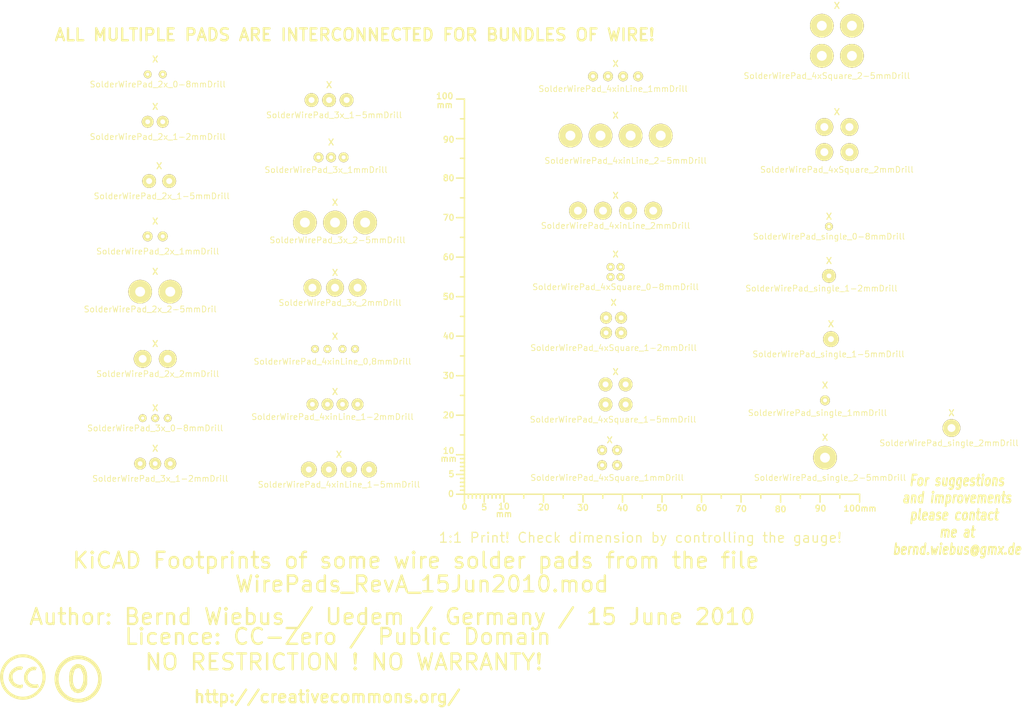
<source format=kicad_pcb>
(kicad_pcb (version 3) (host pcbnew "(2013-03-30 BZR 4007)-stable")

  (general
    (links 0)
    (no_connects 0)
    (area -16.90696 16.4416 279.904363 197.1694)
    (thickness 1.6002)
    (drawings 8)
    (tracks 0)
    (zones 0)
    (modules 33)
    (nets 1)
  )

  (page A4)
  (layers
    (15 Vorderseite signal)
    (0 Rückseite signal)
    (16 B.Adhes user)
    (17 F.Adhes user)
    (18 B.Paste user)
    (19 F.Paste user)
    (20 B.SilkS user)
    (21 F.SilkS user)
    (22 B.Mask user)
    (23 F.Mask user)
    (24 Dwgs.User user)
    (25 Cmts.User user)
    (26 Eco1.User user)
    (27 Eco2.User user)
    (28 Edge.Cuts user)
  )

  (setup
    (last_trace_width 0.2032)
    (trace_clearance 0.254)
    (zone_clearance 0.508)
    (zone_45_only no)
    (trace_min 0.2032)
    (segment_width 0.381)
    (edge_width 0.381)
    (via_size 0.889)
    (via_drill 0.635)
    (via_min_size 0.889)
    (via_min_drill 0.508)
    (uvia_size 0.508)
    (uvia_drill 0.127)
    (uvias_allowed no)
    (uvia_min_size 0.508)
    (uvia_min_drill 0.127)
    (pcb_text_width 0.3048)
    (pcb_text_size 1.524 2.032)
    (mod_edge_width 0.381)
    (mod_text_size 1.524 1.524)
    (mod_text_width 0.3048)
    (pad_size 1.524 1.524)
    (pad_drill 0.8128)
    (pad_to_mask_clearance 0.254)
    (aux_axis_origin 0 0)
    (visible_elements 7FFFFFFF)
    (pcbplotparams
      (layerselection 3178497)
      (usegerberextensions true)
      (excludeedgelayer true)
      (linewidth 60)
      (plotframeref false)
      (viasonmask false)
      (mode 1)
      (useauxorigin false)
      (hpglpennumber 1)
      (hpglpenspeed 20)
      (hpglpendiameter 15)
      (hpglpenoverlay 0)
      (psnegative false)
      (psa4output false)
      (plotreference true)
      (plotvalue true)
      (plotothertext true)
      (plotinvisibletext false)
      (padsonsilk false)
      (subtractmaskfromsilk false)
      (outputformat 1)
      (mirror false)
      (drillshape 1)
      (scaleselection 1)
      (outputdirectory ""))
  )

  (net 0 "")

  (net_class Default "Dies ist die voreingestellte Netzklasse."
    (clearance 0.254)
    (trace_width 0.2032)
    (via_dia 0.889)
    (via_drill 0.635)
    (uvia_dia 0.508)
    (uvia_drill 0.127)
    (add_net "")
  )

  (module Gauge_100mm_Type2_SilkScreenTop_RevA_Date22Jun2010 (layer Vorderseite) (tedit 51B05F46) (tstamp 4D88F07A)
    (at 132.75056 141.2494)
    (descr "Gauge, Massstab, 100mm, SilkScreenTop, Type 2,")
    (tags "Gauge, Massstab, 100mm, SilkScreenTop, Type 2,")
    (path Gauge_100mm_Type2_SilkScreenTop_RevA_Date22Jun2010)
    (fp_text reference MSC (at 4.0005 8.99922) (layer F.SilkS) hide
      (effects (font (size 1.524 1.524) (thickness 0.3048)))
    )
    (fp_text value Gauge_100mm_Type2_SilkScreenTop_RevA_Date22Jun2010 (at 45.9994 8.99922) (layer F.SilkS) hide
      (effects (font (size 1.524 1.524) (thickness 0.3048)))
    )
    (fp_text user mm (at 9.99998 5.00126) (layer F.SilkS)
      (effects (font (size 1.524 1.524) (thickness 0.3048)))
    )
    (fp_text user mm (at -4.0005 -8.99922) (layer F.SilkS)
      (effects (font (size 1.524 1.524) (thickness 0.3048)))
    )
    (fp_text user mm (at -5.00126 -98.5012) (layer F.SilkS)
      (effects (font (size 1.524 1.524) (thickness 0.3048)))
    )
    (fp_text user 10 (at 10.00506 3.0988) (layer F.SilkS)
      (effects (font (size 1.50114 1.50114) (thickness 0.29972)))
    )
    (fp_text user 0 (at 0.00508 3.19786) (layer F.SilkS)
      (effects (font (size 1.39954 1.50114) (thickness 0.29972)))
    )
    (fp_text user 5 (at 5.0038 3.29946) (layer F.SilkS)
      (effects (font (size 1.50114 1.50114) (thickness 0.29972)))
    )
    (fp_text user 20 (at 20.1041 3.29946) (layer F.SilkS)
      (effects (font (size 1.50114 1.50114) (thickness 0.29972)))
    )
    (fp_text user 30 (at 30.00502 3.39852) (layer F.SilkS)
      (effects (font (size 1.50114 1.50114) (thickness 0.29972)))
    )
    (fp_text user 40 (at 40.005 3.50012) (layer F.SilkS)
      (effects (font (size 1.50114 1.50114) (thickness 0.29972)))
    )
    (fp_text user 50 (at 50.00498 3.50012) (layer F.SilkS)
      (effects (font (size 1.50114 1.50114) (thickness 0.29972)))
    )
    (fp_text user 60 (at 60.00496 3.50012) (layer F.SilkS)
      (effects (font (size 1.50114 1.50114) (thickness 0.29972)))
    )
    (fp_text user 70 (at 70.00494 3.70078) (layer F.SilkS)
      (effects (font (size 1.50114 1.50114) (thickness 0.29972)))
    )
    (fp_text user 80 (at 80.00492 3.79984) (layer F.SilkS)
      (effects (font (size 1.50114 1.50114) (thickness 0.29972)))
    )
    (fp_text user 90 (at 90.1065 3.60172) (layer F.SilkS)
      (effects (font (size 1.50114 1.50114) (thickness 0.29972)))
    )
    (fp_text user 100mm (at 100.10648 3.60172) (layer F.SilkS)
      (effects (font (size 1.50114 1.50114) (thickness 0.29972)))
    )
    (fp_line (start 0 -8.99922) (end -1.00076 -8.99922) (layer F.SilkS) (width 0.381))
    (fp_line (start 0 -8.001) (end -1.00076 -8.001) (layer F.SilkS) (width 0.381))
    (fp_line (start 0 -7.00024) (end -1.00076 -7.00024) (layer F.SilkS) (width 0.381))
    (fp_line (start 0 -5.99948) (end -1.00076 -5.99948) (layer F.SilkS) (width 0.381))
    (fp_line (start 0 -4.0005) (end -1.00076 -4.0005) (layer F.SilkS) (width 0.381))
    (fp_line (start 0 -2.99974) (end -1.00076 -2.99974) (layer F.SilkS) (width 0.381))
    (fp_line (start 0 -1.99898) (end -1.00076 -1.99898) (layer F.SilkS) (width 0.381))
    (fp_line (start 0 -1.00076) (end -1.00076 -1.00076) (layer F.SilkS) (width 0.381))
    (fp_line (start 0 0) (end -1.99898 0) (layer F.SilkS) (width 0.381))
    (fp_line (start 0 -5.00126) (end -1.99898 -5.00126) (layer F.SilkS) (width 0.381))
    (fp_line (start 0 -9.99998) (end -1.99898 -9.99998) (layer F.SilkS) (width 0.381))
    (fp_line (start 0 -15.00124) (end -1.00076 -15.00124) (layer F.SilkS) (width 0.381))
    (fp_line (start 0 -19.99996) (end -1.99898 -19.99996) (layer F.SilkS) (width 0.381))
    (fp_line (start 0 -25.00122) (end -1.00076 -25.00122) (layer F.SilkS) (width 0.381))
    (fp_line (start 0 -29.99994) (end -1.99898 -29.99994) (layer F.SilkS) (width 0.381))
    (fp_line (start 0 -35.0012) (end -1.00076 -35.0012) (layer F.SilkS) (width 0.381))
    (fp_line (start 0 -39.99992) (end -1.99898 -39.99992) (layer F.SilkS) (width 0.381))
    (fp_line (start 0 -45.00118) (end -1.00076 -45.00118) (layer F.SilkS) (width 0.381))
    (fp_line (start 0 -49.9999) (end -1.99898 -49.9999) (layer F.SilkS) (width 0.381))
    (fp_line (start 0 -55.00116) (end -1.00076 -55.00116) (layer F.SilkS) (width 0.381))
    (fp_line (start 0 -59.99988) (end -1.99898 -59.99988) (layer F.SilkS) (width 0.381))
    (fp_line (start 0 -65.00114) (end -1.00076 -65.00114) (layer F.SilkS) (width 0.381))
    (fp_line (start 0 -69.99986) (end -1.99898 -69.99986) (layer F.SilkS) (width 0.381))
    (fp_line (start 0 -75.00112) (end -1.00076 -75.00112) (layer F.SilkS) (width 0.381))
    (fp_line (start 0 -79.99984) (end -1.99898 -79.99984) (layer F.SilkS) (width 0.381))
    (fp_line (start 0 -85.0011) (end -1.00076 -85.0011) (layer F.SilkS) (width 0.381))
    (fp_line (start 0 -89.99982) (end -1.99898 -89.99982) (layer F.SilkS) (width 0.381))
    (fp_line (start 0 -95.00108) (end -1.00076 -95.00108) (layer F.SilkS) (width 0.381))
    (fp_line (start 0 0) (end 0 -99.9998) (layer F.SilkS) (width 0.381))
    (fp_line (start 0 -99.9998) (end -1.99898 -99.9998) (layer F.SilkS) (width 0.381))
    (fp_text user 100 (at -4.99872 -100.7491) (layer F.SilkS)
      (effects (font (size 1.50114 1.50114) (thickness 0.29972)))
    )
    (fp_text user 90 (at -4.0005 -89.7509) (layer F.SilkS)
      (effects (font (size 1.50114 1.50114) (thickness 0.29972)))
    )
    (fp_text user 80 (at -4.0005 -79.99984) (layer F.SilkS)
      (effects (font (size 1.50114 1.50114) (thickness 0.29972)))
    )
    (fp_text user 70 (at -4.0005 -69.99986) (layer F.SilkS)
      (effects (font (size 1.50114 1.50114) (thickness 0.29972)))
    )
    (fp_text user 60 (at -4.0005 -59.99988) (layer F.SilkS)
      (effects (font (size 1.50114 1.50114) (thickness 0.29972)))
    )
    (fp_text user 50 (at -4.0005 -49.9999) (layer F.SilkS)
      (effects (font (size 1.50114 1.50114) (thickness 0.34036)))
    )
    (fp_text user 40 (at -4.0005 -39.99992) (layer F.SilkS)
      (effects (font (size 1.50114 1.50114) (thickness 0.29972)))
    )
    (fp_text user 30 (at -4.0005 -29.99994) (layer F.SilkS)
      (effects (font (size 1.50114 1.50114) (thickness 0.29972)))
    )
    (fp_text user 20 (at -4.0005 -19.99996) (layer F.SilkS)
      (effects (font (size 1.50114 1.50114) (thickness 0.29972)))
    )
    (fp_line (start 95.00108 0) (end 95.00108 1.00076) (layer F.SilkS) (width 0.381))
    (fp_line (start 89.99982 0) (end 89.99982 1.99898) (layer F.SilkS) (width 0.381))
    (fp_line (start 85.0011 0) (end 85.0011 1.00076) (layer F.SilkS) (width 0.381))
    (fp_line (start 79.99984 0) (end 79.99984 1.99898) (layer F.SilkS) (width 0.381))
    (fp_line (start 75.00112 0) (end 75.00112 1.00076) (layer F.SilkS) (width 0.381))
    (fp_line (start 69.99986 0) (end 69.99986 1.99898) (layer F.SilkS) (width 0.381))
    (fp_line (start 65.00114 0) (end 65.00114 1.00076) (layer F.SilkS) (width 0.381))
    (fp_line (start 59.99988 0) (end 59.99988 1.99898) (layer F.SilkS) (width 0.381))
    (fp_line (start 55.00116 0) (end 55.00116 1.00076) (layer F.SilkS) (width 0.381))
    (fp_line (start 49.9999 0) (end 49.9999 1.99898) (layer F.SilkS) (width 0.381))
    (fp_line (start 45.00118 0) (end 45.00118 1.00076) (layer F.SilkS) (width 0.381))
    (fp_line (start 39.99992 0) (end 39.99992 1.99898) (layer F.SilkS) (width 0.381))
    (fp_line (start 35.0012 0) (end 35.0012 1.00076) (layer F.SilkS) (width 0.381))
    (fp_line (start 29.99994 0) (end 29.99994 1.99898) (layer F.SilkS) (width 0.381))
    (fp_line (start 25.00122 0) (end 25.00122 1.00076) (layer F.SilkS) (width 0.381))
    (fp_line (start 19.99996 0) (end 19.99996 1.99898) (layer F.SilkS) (width 0.381))
    (fp_line (start 15.00124 0) (end 15.00124 1.00076) (layer F.SilkS) (width 0.381))
    (fp_line (start 9.99998 0) (end 99.9998 0) (layer F.SilkS) (width 0.381))
    (fp_line (start 99.9998 0) (end 99.9998 1.99898) (layer F.SilkS) (width 0.381))
    (fp_text user 5 (at -3.302 -5.10286) (layer F.SilkS)
      (effects (font (size 1.50114 1.50114) (thickness 0.29972)))
    )
    (fp_text user 0 (at -3.4036 -0.10414) (layer F.SilkS)
      (effects (font (size 1.50114 1.50114) (thickness 0.29972)))
    )
    (fp_text user 10 (at -4.0005 -11.00074) (layer F.SilkS)
      (effects (font (size 1.50114 1.50114) (thickness 0.29972)))
    )
    (fp_line (start 8.99922 0) (end 8.99922 1.00076) (layer F.SilkS) (width 0.381))
    (fp_line (start 8.001 0) (end 8.001 1.00076) (layer F.SilkS) (width 0.381))
    (fp_line (start 7.00024 0) (end 7.00024 1.00076) (layer F.SilkS) (width 0.381))
    (fp_line (start 5.99948 0) (end 5.99948 1.00076) (layer F.SilkS) (width 0.381))
    (fp_line (start 4.0005 0) (end 4.0005 1.00076) (layer F.SilkS) (width 0.381))
    (fp_line (start 2.99974 0) (end 2.99974 1.00076) (layer F.SilkS) (width 0.381))
    (fp_line (start 1.99898 0) (end 1.99898 1.00076) (layer F.SilkS) (width 0.381))
    (fp_line (start 1.00076 0) (end 1.00076 1.00076) (layer F.SilkS) (width 0.381))
    (fp_line (start 5.00126 0) (end 5.00126 1.99898) (layer F.SilkS) (width 0.381))
    (fp_line (start 0 0) (end 0 1.99898) (layer F.SilkS) (width 0.381))
    (fp_line (start 0 0) (end 9.99998 0) (layer F.SilkS) (width 0.381))
    (fp_line (start 9.99998 0) (end 9.99998 1.99898) (layer F.SilkS) (width 0.381))
  )

  (module Symbol_CC-PublicDomain_SilkScreenTop_Big (layer Vorderseite) (tedit 515D641F) (tstamp 515F0B64)
    (at 35 188)
    (descr "Symbol, CC-PublicDomain, SilkScreen Top, Big,")
    (tags "Symbol, CC-PublicDomain, SilkScreen Top, Big,")
    (path Symbol_CC-Noncommercial_CopperTop_Big)
    (fp_text reference Sym (at 0.59944 -7.29996) (layer F.SilkS) hide
      (effects (font (size 1.524 1.524) (thickness 0.3048)))
    )
    (fp_text value Symbol_CC-PublicDomain_SilkScreenTop_Big (at 0.59944 8.001) (layer F.SilkS) hide
      (effects (font (size 1.524 1.524) (thickness 0.3048)))
    )
    (fp_circle (center 0 0) (end 5.8 -0.05) (layer F.SilkS) (width 0.381))
    (fp_circle (center 0 0) (end 5.5 0) (layer F.SilkS) (width 0.381))
    (fp_circle (center 0.05 0) (end 5.25 0) (layer F.SilkS) (width 0.381))
    (fp_line (start 1.1 -2.5) (end 1.4 -1.9) (layer F.SilkS) (width 0.381))
    (fp_line (start -1.8 1.2) (end -1.6 1.9) (layer F.SilkS) (width 0.381))
    (fp_line (start -1.6 1.9) (end -1.2 2.5) (layer F.SilkS) (width 0.381))
    (fp_line (start 0 -3) (end 0.75 -2.75) (layer F.SilkS) (width 0.381))
    (fp_line (start 0.75 -2.75) (end 1 -2.25) (layer F.SilkS) (width 0.381))
    (fp_line (start 1 -2.25) (end 1.5 -1) (layer F.SilkS) (width 0.381))
    (fp_line (start 1.5 -1) (end 1.5 -0.5) (layer F.SilkS) (width 0.381))
    (fp_line (start 1.5 -0.5) (end 1.5 0.5) (layer F.SilkS) (width 0.381))
    (fp_line (start 1.5 0.5) (end 1.25 1.5) (layer F.SilkS) (width 0.381))
    (fp_line (start 1.25 1.5) (end 0.75 2.5) (layer F.SilkS) (width 0.381))
    (fp_line (start 0.75 2.5) (end 0.25 2.75) (layer F.SilkS) (width 0.381))
    (fp_line (start 0.25 2.75) (end -0.25 2.75) (layer F.SilkS) (width 0.381))
    (fp_line (start -0.25 2.75) (end -0.75 2.5) (layer F.SilkS) (width 0.381))
    (fp_line (start -0.75 2.5) (end -1.25 1.75) (layer F.SilkS) (width 0.381))
    (fp_line (start -1.25 1.75) (end -1.5 0.75) (layer F.SilkS) (width 0.381))
    (fp_line (start -1.5 0.75) (end -1.5 -0.75) (layer F.SilkS) (width 0.381))
    (fp_line (start -1.5 -0.75) (end -1.25 -1.75) (layer F.SilkS) (width 0.381))
    (fp_line (start -1.25 -1.75) (end -1 -2.5) (layer F.SilkS) (width 0.381))
    (fp_line (start -1 -2.5) (end -0.3 -2.9) (layer F.SilkS) (width 0.381))
    (fp_line (start -0.3 -2.9) (end 0.2 -3) (layer F.SilkS) (width 0.381))
    (fp_line (start 0.2 -3) (end 0.8 -3) (layer F.SilkS) (width 0.381))
    (fp_line (start 0.8 -3) (end 1.4 -2.3) (layer F.SilkS) (width 0.381))
    (fp_line (start 1.4 -2.3) (end 1.6 -1.4) (layer F.SilkS) (width 0.381))
    (fp_line (start 1.6 -1.4) (end 1.7 -0.3) (layer F.SilkS) (width 0.381))
    (fp_line (start 1.7 -0.3) (end 1.7 0.9) (layer F.SilkS) (width 0.381))
    (fp_line (start 1.7 0.9) (end 1.4 1.8) (layer F.SilkS) (width 0.381))
    (fp_line (start 1.4 1.8) (end 1 2.7) (layer F.SilkS) (width 0.381))
    (fp_line (start 1 2.7) (end 0.5 3) (layer F.SilkS) (width 0.381))
    (fp_line (start 0.5 3) (end -0.4 3) (layer F.SilkS) (width 0.381))
    (fp_line (start -0.4 3) (end -1.3 2.3) (layer F.SilkS) (width 0.381))
    (fp_line (start -1.3 2.3) (end -1.7 1) (layer F.SilkS) (width 0.381))
    (fp_line (start -1.7 1) (end -1.8 -0.7) (layer F.SilkS) (width 0.381))
    (fp_line (start -1.8 -0.7) (end -1.4 -2.2) (layer F.SilkS) (width 0.381))
    (fp_line (start -1.4 -2.2) (end -1 -2.9) (layer F.SilkS) (width 0.381))
    (fp_line (start -1 -2.9) (end -0.2 -3.3) (layer F.SilkS) (width 0.381))
    (fp_line (start -0.2 -3.3) (end 0.7 -3.2) (layer F.SilkS) (width 0.381))
    (fp_line (start 0.7 -3.2) (end 1.3 -3.1) (layer F.SilkS) (width 0.381))
    (fp_line (start 1.3 -3.1) (end 1.7 -2.4) (layer F.SilkS) (width 0.381))
    (fp_line (start 1.7 -2.4) (end 2 -1.6) (layer F.SilkS) (width 0.381))
    (fp_line (start 2 -1.6) (end 2.1 -0.6) (layer F.SilkS) (width 0.381))
    (fp_line (start 2.1 -0.6) (end 2.1 0.3) (layer F.SilkS) (width 0.381))
    (fp_line (start 2.1 0.3) (end 2.1 1.3) (layer F.SilkS) (width 0.381))
    (fp_line (start 2.1 1.3) (end 1.9 1.8) (layer F.SilkS) (width 0.381))
    (fp_line (start 1.9 1.8) (end 1.5 2.6) (layer F.SilkS) (width 0.381))
    (fp_line (start 1.5 2.6) (end 1.1 3) (layer F.SilkS) (width 0.381))
    (fp_line (start 1.1 3) (end 0.4 3.3) (layer F.SilkS) (width 0.381))
    (fp_line (start 0.4 3.3) (end -0.1 3.4) (layer F.SilkS) (width 0.381))
    (fp_line (start -0.1 3.4) (end -0.8 3.2) (layer F.SilkS) (width 0.381))
    (fp_line (start -0.8 3.2) (end -1.5 2.6) (layer F.SilkS) (width 0.381))
    (fp_line (start -1.5 2.6) (end -1.9 1.7) (layer F.SilkS) (width 0.381))
    (fp_line (start -1.9 1.7) (end -2.1 0.4) (layer F.SilkS) (width 0.381))
    (fp_line (start -2.1 0.4) (end -2.1 -0.6) (layer F.SilkS) (width 0.381))
    (fp_line (start -2.1 -0.6) (end -2 -1.6) (layer F.SilkS) (width 0.381))
    (fp_line (start -2 -1.6) (end -1.7 -2.4) (layer F.SilkS) (width 0.381))
    (fp_line (start -1.7 -2.4) (end -1.2 -3.1) (layer F.SilkS) (width 0.381))
    (fp_line (start -1.2 -3.1) (end -0.4 -3.6) (layer F.SilkS) (width 0.381))
    (fp_line (start -0.4 -3.6) (end 0.4 -3.6) (layer F.SilkS) (width 0.381))
    (fp_line (start 0.4 -3.6) (end 1.1 -3.2) (layer F.SilkS) (width 0.381))
    (fp_line (start 1.1 -3.2) (end 1.1 -2.9) (layer F.SilkS) (width 0.381))
    (fp_line (start 1.1 -2.9) (end 1.8 -1.5) (layer F.SilkS) (width 0.381))
    (fp_line (start 1.8 -1.5) (end 1.8 -0.4) (layer F.SilkS) (width 0.381))
    (fp_line (start 1.8 -0.4) (end 1.8 1.1) (layer F.SilkS) (width 0.381))
    (fp_line (start 1.8 1.1) (end 1.2 2.6) (layer F.SilkS) (width 0.381))
    (fp_line (start 1.2 2.6) (end 0.2 3.2) (layer F.SilkS) (width 0.381))
    (fp_line (start 0.2 3.2) (end -0.5 3.2) (layer F.SilkS) (width 0.381))
    (fp_line (start -0.5 3.2) (end -1.1 2.7) (layer F.SilkS) (width 0.381))
    (fp_line (start -1.1 2.7) (end -1.9 0.6) (layer F.SilkS) (width 0.381))
    (fp_line (start -1.9 0.6) (end -1.7 -1.9) (layer F.SilkS) (width 0.381))
  )

  (module Symbol_CreativeCommons_SilkScreenTop_Type2_Big (layer Vorderseite) (tedit 515D640C) (tstamp 515F46B2)
    (at 21 187.5)
    (descr "Symbol, Creative Commons, SilkScreen Top, Type 2, Big,")
    (tags "Symbol, Creative Commons, SilkScreen Top, Type 2, Big,")
    (path Symbol_CreativeCommons_CopperTop_Type2_Big)
    (fp_text reference Sym (at 0.59944 -7.29996) (layer F.SilkS) hide
      (effects (font (size 1.524 1.524) (thickness 0.3048)))
    )
    (fp_text value Symbol_CreativeCommons_Typ2_SilkScreenTop_Big (at 0.59944 8.001) (layer F.SilkS) hide
      (effects (font (size 1.524 1.524) (thickness 0.3048)))
    )
    (fp_line (start -0.70104 2.70002) (end -0.29972 2.60096) (layer F.SilkS) (width 0.381))
    (fp_line (start -0.29972 2.60096) (end -0.20066 2.10058) (layer F.SilkS) (width 0.381))
    (fp_line (start -2.49936 -1.69926) (end -2.70002 -1.6002) (layer F.SilkS) (width 0.381))
    (fp_line (start -2.70002 -1.6002) (end -3.0988 -1.00076) (layer F.SilkS) (width 0.381))
    (fp_line (start -3.0988 -1.00076) (end -3.29946 -0.50038) (layer F.SilkS) (width 0.381))
    (fp_line (start -3.29946 -0.50038) (end -3.40106 0.39878) (layer F.SilkS) (width 0.381))
    (fp_line (start -3.40106 0.39878) (end -3.29946 0.89916) (layer F.SilkS) (width 0.381))
    (fp_line (start -0.19812 2.4003) (end -0.29718 2.59842) (layer F.SilkS) (width 0.381))
    (fp_line (start 3.70078 2.10058) (end 3.79984 2.4003) (layer F.SilkS) (width 0.381))
    (fp_line (start 2.99974 -2.4003) (end 3.29946 -2.30124) (layer F.SilkS) (width 0.381))
    (fp_line (start 3.29946 -2.30124) (end 3.0988 -1.99898) (layer F.SilkS) (width 0.381))
    (fp_line (start 0 -5.40004) (end -0.50038 -5.40004) (layer F.SilkS) (width 0.381))
    (fp_line (start -0.50038 -5.40004) (end -1.30048 -5.10032) (layer F.SilkS) (width 0.381))
    (fp_line (start -1.30048 -5.10032) (end -1.99898 -4.89966) (layer F.SilkS) (width 0.381))
    (fp_line (start -1.99898 -4.89966) (end -2.70002 -4.699) (layer F.SilkS) (width 0.381))
    (fp_line (start -2.70002 -4.699) (end -3.29946 -4.20116) (layer F.SilkS) (width 0.381))
    (fp_line (start -3.29946 -4.20116) (end -4.0005 -3.59918) (layer F.SilkS) (width 0.381))
    (fp_line (start -4.0005 -3.59918) (end -4.50088 -2.99974) (layer F.SilkS) (width 0.381))
    (fp_line (start -4.50088 -2.99974) (end -5.00126 -2.10058) (layer F.SilkS) (width 0.381))
    (fp_line (start -5.00126 -2.10058) (end -5.30098 -1.09982) (layer F.SilkS) (width 0.381))
    (fp_line (start -5.30098 -1.09982) (end -5.40004 0.09906) (layer F.SilkS) (width 0.381))
    (fp_line (start -5.40004 0.09906) (end -5.19938 1.30048) (layer F.SilkS) (width 0.381))
    (fp_line (start -5.19938 1.30048) (end -4.8006 2.4003) (layer F.SilkS) (width 0.381))
    (fp_line (start -4.8006 2.4003) (end -3.79984 3.8989) (layer F.SilkS) (width 0.381))
    (fp_line (start -3.79984 3.8989) (end -2.60096 4.8006) (layer F.SilkS) (width 0.381))
    (fp_line (start -2.60096 4.8006) (end -1.30048 5.30098) (layer F.SilkS) (width 0.381))
    (fp_line (start -1.30048 5.30098) (end 0.09906 5.30098) (layer F.SilkS) (width 0.381))
    (fp_line (start 0.09906 5.30098) (end 1.6002 5.19938) (layer F.SilkS) (width 0.381))
    (fp_line (start 1.6002 5.19938) (end 2.60096 4.699) (layer F.SilkS) (width 0.381))
    (fp_line (start 2.60096 4.699) (end 4.20116 3.40106) (layer F.SilkS) (width 0.381))
    (fp_line (start 4.20116 3.40106) (end 5.00126 1.80086) (layer F.SilkS) (width 0.381))
    (fp_line (start 5.00126 1.80086) (end 5.40004 0.29972) (layer F.SilkS) (width 0.381))
    (fp_line (start 5.40004 0.29972) (end 5.19938 -1.39954) (layer F.SilkS) (width 0.381))
    (fp_line (start 5.19938 -1.39954) (end 4.699 -2.49936) (layer F.SilkS) (width 0.381))
    (fp_line (start 4.699 -2.49936) (end 3.40106 -4.09956) (layer F.SilkS) (width 0.381))
    (fp_line (start 3.40106 -4.09956) (end 2.4003 -4.8006) (layer F.SilkS) (width 0.381))
    (fp_line (start 2.4003 -4.8006) (end 1.39954 -5.19938) (layer F.SilkS) (width 0.381))
    (fp_line (start 1.39954 -5.19938) (end 0 -5.30098) (layer F.SilkS) (width 0.381))
    (fp_line (start 0.60198 -0.70104) (end 0.50292 -0.20066) (layer F.SilkS) (width 0.381))
    (fp_line (start 0.50292 -0.20066) (end 0.50292 0.49784) (layer F.SilkS) (width 0.381))
    (fp_line (start 0.50292 0.49784) (end 0.60198 1.09982) (layer F.SilkS) (width 0.381))
    (fp_line (start 0.60198 1.09982) (end 1.00076 1.69926) (layer F.SilkS) (width 0.381))
    (fp_line (start 1.00076 1.69926) (end 1.50114 2.19964) (layer F.SilkS) (width 0.381))
    (fp_line (start 1.50114 2.19964) (end 2.10058 2.49936) (layer F.SilkS) (width 0.381))
    (fp_line (start 2.10058 2.49936) (end 2.60096 2.59842) (layer F.SilkS) (width 0.381))
    (fp_line (start 2.60096 2.59842) (end 3.00228 2.59842) (layer F.SilkS) (width 0.381))
    (fp_line (start 3.00228 2.59842) (end 3.40106 2.59842) (layer F.SilkS) (width 0.381))
    (fp_line (start 3.40106 2.59842) (end 3.80238 2.49936) (layer F.SilkS) (width 0.381))
    (fp_line (start 3.80238 2.49936) (end 3.70078 2.2987) (layer F.SilkS) (width 0.381))
    (fp_line (start 3.70078 2.2987) (end 2.80162 2.4003) (layer F.SilkS) (width 0.381))
    (fp_line (start 2.80162 2.4003) (end 1.80086 2.09804) (layer F.SilkS) (width 0.381))
    (fp_line (start 1.80086 2.09804) (end 1.20142 1.6002) (layer F.SilkS) (width 0.381))
    (fp_line (start 1.20142 1.6002) (end 0.80264 0.6985) (layer F.SilkS) (width 0.381))
    (fp_line (start 0.80264 0.6985) (end 0.70104 -0.29972) (layer F.SilkS) (width 0.381))
    (fp_line (start 0.70104 -0.29972) (end 1.00076 -1.00076) (layer F.SilkS) (width 0.381))
    (fp_line (start 1.00076 -1.00076) (end 1.60274 -1.7018) (layer F.SilkS) (width 0.381))
    (fp_line (start 1.60274 -1.7018) (end 2.30124 -2.10058) (layer F.SilkS) (width 0.381))
    (fp_line (start 2.30124 -2.10058) (end 3.00228 -2.10058) (layer F.SilkS) (width 0.381))
    (fp_line (start 3.00228 -2.10058) (end 3.10134 -1.89992) (layer F.SilkS) (width 0.381))
    (fp_line (start 3.10134 -1.89992) (end 2.5019 -1.89992) (layer F.SilkS) (width 0.381))
    (fp_line (start 2.5019 -1.89992) (end 1.80086 -1.6002) (layer F.SilkS) (width 0.381))
    (fp_line (start 1.80086 -1.6002) (end 1.30048 -1.00076) (layer F.SilkS) (width 0.381))
    (fp_line (start 1.30048 -1.00076) (end 1.00076 -0.40132) (layer F.SilkS) (width 0.381))
    (fp_line (start 1.00076 -0.40132) (end 1.00076 0.09906) (layer F.SilkS) (width 0.381))
    (fp_line (start 1.00076 0.09906) (end 1.00076 0.6985) (layer F.SilkS) (width 0.381))
    (fp_line (start 1.00076 0.6985) (end 1.30048 1.19888) (layer F.SilkS) (width 0.381))
    (fp_line (start 1.30048 1.19888) (end 1.7018 1.69926) (layer F.SilkS) (width 0.381))
    (fp_line (start 1.7018 1.69926) (end 2.30124 1.99898) (layer F.SilkS) (width 0.381))
    (fp_line (start 2.30124 1.99898) (end 2.90068 2.09804) (layer F.SilkS) (width 0.381))
    (fp_line (start 2.90068 2.09804) (end 3.40106 2.09804) (layer F.SilkS) (width 0.381))
    (fp_line (start 3.40106 2.09804) (end 3.70078 1.99898) (layer F.SilkS) (width 0.381))
    (fp_line (start 3.00228 -2.4003) (end 2.40284 -2.4003) (layer F.SilkS) (width 0.381))
    (fp_line (start 2.40284 -2.4003) (end 2.00152 -2.20218) (layer F.SilkS) (width 0.381))
    (fp_line (start 2.00152 -2.20218) (end 1.50114 -2.00152) (layer F.SilkS) (width 0.381))
    (fp_line (start 1.50114 -2.00152) (end 1.10236 -1.6002) (layer F.SilkS) (width 0.381))
    (fp_line (start 1.10236 -1.6002) (end 0.80264 -1.09982) (layer F.SilkS) (width 0.381))
    (fp_line (start 0.80264 -1.09982) (end 0.60198 -0.70104) (layer F.SilkS) (width 0.381))
    (fp_line (start -0.39878 -1.99898) (end -0.89916 -1.99898) (layer F.SilkS) (width 0.381))
    (fp_line (start -0.89916 -1.99898) (end -1.39954 -1.89738) (layer F.SilkS) (width 0.381))
    (fp_line (start -1.39954 -1.89738) (end -1.89992 -1.59766) (layer F.SilkS) (width 0.381))
    (fp_line (start -1.89992 -1.59766) (end -2.4003 -1.19888) (layer F.SilkS) (width 0.381))
    (fp_line (start -2.4003 -1.30048) (end -2.70002 -0.8001) (layer F.SilkS) (width 0.381))
    (fp_line (start -2.70002 -0.8001) (end -2.79908 -0.29972) (layer F.SilkS) (width 0.381))
    (fp_line (start -2.79908 -0.29972) (end -2.79908 0.20066) (layer F.SilkS) (width 0.381))
    (fp_line (start -2.79908 0.20066) (end -2.59842 1.00076) (layer F.SilkS) (width 0.381))
    (fp_line (start -2.69748 1.00076) (end -2.39776 1.39954) (layer F.SilkS) (width 0.381))
    (fp_line (start -2.29616 1.4986) (end -1.79578 1.89992) (layer F.SilkS) (width 0.381))
    (fp_line (start -1.79578 1.89992) (end -1.29794 2.09804) (layer F.SilkS) (width 0.381))
    (fp_line (start -1.29794 2.09804) (end -0.89662 2.19964) (layer F.SilkS) (width 0.381))
    (fp_line (start -0.89662 2.19964) (end -0.49784 2.19964) (layer F.SilkS) (width 0.381))
    (fp_line (start -0.49784 2.19964) (end -0.19812 2.09804) (layer F.SilkS) (width 0.381))
    (fp_line (start -0.19812 2.09804) (end -0.29718 2.4003) (layer F.SilkS) (width 0.381))
    (fp_line (start -0.29718 2.4003) (end -0.89662 2.49936) (layer F.SilkS) (width 0.381))
    (fp_line (start -0.89662 2.49936) (end -1.59766 2.2987) (layer F.SilkS) (width 0.381))
    (fp_line (start -1.59766 2.2987) (end -2.29616 1.79832) (layer F.SilkS) (width 0.381))
    (fp_line (start -2.29616 1.79832) (end -2.79654 1.29794) (layer F.SilkS) (width 0.381))
    (fp_line (start -2.79908 1.39954) (end -2.99974 0.70104) (layer F.SilkS) (width 0.381))
    (fp_line (start -2.99974 0.70104) (end -3.0988 0) (layer F.SilkS) (width 0.381))
    (fp_line (start -3.0988 0) (end -2.99974 -0.59944) (layer F.SilkS) (width 0.381))
    (fp_line (start -2.99974 -0.8001) (end -2.70002 -1.30048) (layer F.SilkS) (width 0.381))
    (fp_line (start -2.70002 -1.09982) (end -2.19964 -1.6002) (layer F.SilkS) (width 0.381))
    (fp_line (start -2.19964 -1.69926) (end -1.69926 -1.99898) (layer F.SilkS) (width 0.381))
    (fp_line (start -1.69926 -1.99898) (end -1.19888 -2.19964) (layer F.SilkS) (width 0.381))
    (fp_line (start -1.19888 -2.19964) (end -0.6985 -2.19964) (layer F.SilkS) (width 0.381))
    (fp_line (start -0.6985 -2.19964) (end -0.29972 -2.19964) (layer F.SilkS) (width 0.381))
    (fp_line (start -0.29972 -2.19964) (end -0.20066 -2.39776) (layer F.SilkS) (width 0.381))
    (fp_line (start -0.20066 -2.39776) (end -0.59944 -2.49936) (layer F.SilkS) (width 0.381))
    (fp_line (start -0.59944 -2.49936) (end -1.00076 -2.49936) (layer F.SilkS) (width 0.381))
    (fp_line (start -1.00076 -2.49936) (end -1.4986 -2.39776) (layer F.SilkS) (width 0.381))
    (fp_line (start -1.4986 -2.39776) (end -2.10058 -2.09804) (layer F.SilkS) (width 0.381))
    (fp_line (start -2.10058 -2.09804) (end -2.59842 -1.69926) (layer F.SilkS) (width 0.381))
    (fp_line (start -2.59842 -1.6002) (end -3.0988 -0.89916) (layer F.SilkS) (width 0.381))
    (fp_line (start -3.0988 -0.89916) (end -3.29946 -0.29972) (layer F.SilkS) (width 0.381))
    (fp_line (start -3.29946 -0.29972) (end -3.29946 0.40132) (layer F.SilkS) (width 0.381))
    (fp_line (start -3.29946 0.40132) (end -3.2004 1.00076) (layer F.SilkS) (width 0.381))
    (fp_line (start -3.29946 0.8001) (end -2.99974 1.39954) (layer F.SilkS) (width 0.381))
    (fp_line (start -2.89814 1.4986) (end -2.49682 1.99898) (layer F.SilkS) (width 0.381))
    (fp_line (start -2.49682 1.99898) (end -1.89738 2.4003) (layer F.SilkS) (width 0.381))
    (fp_line (start -1.89738 2.4003) (end -1.19634 2.59842) (layer F.SilkS) (width 0.381))
    (fp_line (start -1.19634 2.59842) (end -0.69596 2.70002) (layer F.SilkS) (width 0.381))
    (fp_line (start -2.9972 1.19888) (end -2.59842 1.19888) (layer F.SilkS) (width 0.381))
    (fp_circle (center 0 0) (end 5.08 1.016) (layer F.SilkS) (width 0.381))
    (fp_circle (center 0 0) (end 5.588 0) (layer F.SilkS) (width 0.381))
  )

  (module SolderWirePad_2x_0-8mmDrill (layer Vorderseite) (tedit 51B05E6E) (tstamp 51B05CE5)
    (at 54.5 35)
    (fp_text reference X (at 0 -3.81) (layer F.SilkS)
      (effects (font (size 1.524 1.524) (thickness 0.3048)))
    )
    (fp_text value SolderWirePad_2x_0-8mmDrill (at 0.635 2.54) (layer F.SilkS)
      (effects (font (size 1.50114 1.50114) (thickness 0.20066)))
    )
    (pad 1 thru_hole circle (at -1.905 0) (size 1.99898 1.99898) (drill 0.8001)
      (layers *.Cu *.Mask F.SilkS)
    )
    (pad 1 thru_hole circle (at 1.905 0) (size 1.99898 1.99898) (drill 0.8001)
      (layers *.Cu *.Mask F.SilkS)
    )
  )

  (module SolderWirePad_2x_1-2mmDrill (layer Vorderseite) (tedit 51B05E74) (tstamp 51B05DA8)
    (at 54.5 47)
    (fp_text reference X (at 0 -3.81) (layer F.SilkS)
      (effects (font (size 1.524 1.524) (thickness 0.3048)))
    )
    (fp_text value SolderWirePad_2x_1-2mmDrill (at 0.635 3.81) (layer F.SilkS)
      (effects (font (size 1.50114 1.50114) (thickness 0.20066)))
    )
    (pad 1 thru_hole circle (at -1.905 0) (size 2.99974 2.99974) (drill 1.19888)
      (layers *.Cu *.Mask F.SilkS)
    )
    (pad 1 thru_hole circle (at 1.905 0) (size 2.99974 2.99974) (drill 1.19888)
      (layers *.Cu *.Mask F.SilkS)
    )
  )

  (module SolderWirePad_2x_1-5mmDrill (layer Vorderseite) (tedit 51B05E79) (tstamp 51B05E6B)
    (at 55.5 62)
    (fp_text reference X (at 0 -3.81) (layer F.SilkS)
      (effects (font (size 1.524 1.524) (thickness 0.3048)))
    )
    (fp_text value SolderWirePad_2x_1-5mmDrill (at 0.635 3.81) (layer F.SilkS)
      (effects (font (size 1.50114 1.50114) (thickness 0.20066)))
    )
    (pad 1 thru_hole circle (at -2.54 0) (size 3.50012 3.50012) (drill 1.50114)
      (layers *.Cu *.Mask F.SilkS)
    )
    (pad 1 thru_hole circle (at 2.54 0) (size 3.50012 3.50012) (drill 1.50114)
      (layers *.Cu *.Mask F.SilkS)
    )
  )

  (module SolderWirePad_2x_1mmDrill (layer Vorderseite) (tedit 51B05E7E) (tstamp 51B05F2E)
    (at 54.5 76)
    (fp_text reference X (at 0 -3.81) (layer F.SilkS)
      (effects (font (size 1.524 1.524) (thickness 0.3048)))
    )
    (fp_text value SolderWirePad_2x_1mmDrill (at 0.635 3.81) (layer F.SilkS)
      (effects (font (size 1.50114 1.50114) (thickness 0.20066)))
    )
    (pad 1 thru_hole circle (at -1.905 0) (size 2.49936 2.49936) (drill 1.00076)
      (layers *.Cu *.Mask F.SilkS)
    )
    (pad 1 thru_hole circle (at 1.905 0) (size 2.49936 2.49936) (drill 1.00076)
      (layers *.Cu *.Mask F.SilkS)
    )
  )

  (module SolderWirePad_2x_2-5mmDrill (layer Vorderseite) (tedit 51B05E89) (tstamp 51B05FF1)
    (at 54.5 90)
    (fp_text reference X (at 0 -5.08) (layer F.SilkS)
      (effects (font (size 1.524 1.524) (thickness 0.3048)))
    )
    (fp_text value SolderWirePad_2x_2-5mmDril (at -1.27 4.445) (layer F.SilkS)
      (effects (font (size 1.50114 1.50114) (thickness 0.20066)))
    )
    (pad 1 thru_hole circle (at -3.81 0) (size 5.99948 5.99948) (drill 2.49936)
      (layers *.Cu *.Mask F.SilkS)
    )
    (pad 1 thru_hole circle (at 3.81 0) (size 5.99948 5.99948) (drill 2.49936)
      (layers *.Cu *.Mask F.SilkS)
    )
  )

  (module SolderWirePad_2x_2mmDrill (layer Vorderseite) (tedit 51B05E8F) (tstamp 51B060B4)
    (at 54.5 107)
    (fp_text reference X (at 0 -3.81) (layer F.SilkS)
      (effects (font (size 1.524 1.524) (thickness 0.3048)))
    )
    (fp_text value SolderWirePad_2x_2mmDrill (at 0.635 3.81) (layer F.SilkS)
      (effects (font (size 1.50114 1.50114) (thickness 0.20066)))
    )
    (pad 1 thru_hole circle (at -3.175 0) (size 4.50088 4.50088) (drill 1.99898)
      (layers *.Cu *.Mask F.SilkS)
    )
    (pad 1 thru_hole circle (at 3.175 0) (size 4.50088 4.50088) (drill 1.99898)
      (layers *.Cu *.Mask F.SilkS)
    )
  )

  (module SolderWirePad_3x_0-8mmDrill (layer Vorderseite) (tedit 51B05E98) (tstamp 51B06179)
    (at 54.5 122)
    (fp_text reference X (at 0 -2.54) (layer F.SilkS)
      (effects (font (size 1.524 1.524) (thickness 0.3048)))
    )
    (fp_text value SolderWirePad_3x_0-8mmDrill (at 0 2.54) (layer F.SilkS)
      (effects (font (size 1.50114 1.50114) (thickness 0.20066)))
    )
    (pad 1 thru_hole circle (at -3.175 0) (size 1.99898 1.99898) (drill 0.8001)
      (layers *.Cu *.Mask F.SilkS)
    )
    (pad 1 thru_hole circle (at 0 0) (size 1.99898 1.99898) (drill 0.8001)
      (layers *.Cu *.Mask F.SilkS)
    )
    (pad 1 thru_hole circle (at 3.175 0) (size 1.99898 1.99898) (drill 0.8001)
      (layers *.Cu *.Mask F.SilkS)
    )
  )

  (module SolderWirePad_3x_1-2mmDrill (layer Vorderseite) (tedit 51B05EA4) (tstamp 51B06240)
    (at 54.5 133.5)
    (fp_text reference X (at 0 -3.81) (layer F.SilkS)
      (effects (font (size 1.524 1.524) (thickness 0.3048)))
    )
    (fp_text value SolderWirePad_3x_1-2mmDrill (at 1.27 3.81) (layer F.SilkS)
      (effects (font (size 1.50114 1.50114) (thickness 0.20066)))
    )
    (pad 1 thru_hole circle (at -3.81 0) (size 2.99974 2.99974) (drill 1.19888)
      (layers *.Cu *.Mask F.SilkS)
    )
    (pad 1 thru_hole circle (at 0 0) (size 2.99974 2.99974) (drill 1.19888)
      (layers *.Cu *.Mask F.SilkS)
    )
    (pad 1 thru_hole circle (at 3.81 0) (size 2.99974 2.99974) (drill 1.19888)
      (layers *.Cu *.Mask F.SilkS)
    )
  )

  (module SolderWirePad_3x_1-5mmDrill (layer Vorderseite) (tedit 51B05EAD) (tstamp 51B06307)
    (at 98.5 41.5)
    (fp_text reference X (at 0 -3.81) (layer F.SilkS)
      (effects (font (size 1.524 1.524) (thickness 0.3048)))
    )
    (fp_text value SolderWirePad_3x_1-5mmDrill (at 1.27 3.81) (layer F.SilkS)
      (effects (font (size 1.50114 1.50114) (thickness 0.20066)))
    )
    (pad 1 thru_hole circle (at -4.445 0) (size 3.50012 3.50012) (drill 1.50114)
      (layers *.Cu *.Mask F.SilkS)
    )
    (pad 1 thru_hole circle (at 0 0) (size 3.50012 3.50012) (drill 1.50114)
      (layers *.Cu *.Mask F.SilkS)
    )
    (pad 1 thru_hole circle (at 4.445 0) (size 3.50012 3.50012) (drill 1.50114)
      (layers *.Cu *.Mask F.SilkS)
    )
  )

  (module SolderWirePad_3x_1mmDrill (layer Vorderseite) (tedit 51B05EB2) (tstamp 51B063CE)
    (at 99 56)
    (fp_text reference X (at 0 -3.81) (layer F.SilkS)
      (effects (font (size 1.524 1.524) (thickness 0.3048)))
    )
    (fp_text value SolderWirePad_3x_1mmDrill (at -1.27 3.175) (layer F.SilkS)
      (effects (font (size 1.50114 1.50114) (thickness 0.20066)))
    )
    (pad 1 thru_hole circle (at -3.175 0) (size 2.49936 2.49936) (drill 1.00076)
      (layers *.Cu *.Mask F.SilkS)
    )
    (pad 1 thru_hole circle (at 0 0) (size 2.49936 2.49936) (drill 1.00076)
      (layers *.Cu *.Mask F.SilkS)
    )
    (pad 1 thru_hole circle (at 3.175 0) (size 2.49936 2.49936) (drill 1.00076)
      (layers *.Cu *.Mask F.SilkS)
    )
  )

  (module SolderWirePad_3x_2-5mmDrill (layer Vorderseite) (tedit 51B05EB8) (tstamp 51B06495)
    (at 100 72.5)
    (fp_text reference X (at 0 -5.08) (layer F.SilkS)
      (effects (font (size 1.524 1.524) (thickness 0.3048)))
    )
    (fp_text value SolderWirePad_3x_2-5mmDrill (at 0.635 4.445) (layer F.SilkS)
      (effects (font (size 1.50114 1.50114) (thickness 0.20066)))
    )
    (pad 1 thru_hole circle (at -7.62 0) (size 5.99948 5.99948) (drill 2.49936)
      (layers *.Cu *.Mask F.SilkS)
    )
    (pad 1 thru_hole circle (at 0 0) (size 5.99948 5.99948) (drill 2.49936)
      (layers *.Cu *.Mask F.SilkS)
    )
    (pad 1 thru_hole circle (at 7.62 0) (size 5.99948 5.99948) (drill 2.49936)
      (layers *.Cu *.Mask F.SilkS)
    )
  )

  (module SolderWirePad_3x_2mmDrill (layer Vorderseite) (tedit 51B05EBE) (tstamp 51B0655C)
    (at 100 89)
    (fp_text reference X (at 0 -3.81) (layer F.SilkS)
      (effects (font (size 1.524 1.524) (thickness 0.3048)))
    )
    (fp_text value SolderWirePad_3x_2mmDrill (at 1.27 3.81) (layer F.SilkS)
      (effects (font (size 1.50114 1.50114) (thickness 0.20066)))
    )
    (pad 1 thru_hole circle (at -5.715 0) (size 4.50088 4.50088) (drill 1.99898)
      (layers *.Cu *.Mask F.SilkS)
    )
    (pad 1 thru_hole circle (at 0 0) (size 4.50088 4.50088) (drill 1.99898)
      (layers *.Cu *.Mask F.SilkS)
    )
    (pad 1 thru_hole circle (at 5.715 0) (size 4.50088 4.50088) (drill 1.99898)
      (layers *.Cu *.Mask F.SilkS)
    )
  )

  (module SolderWirePad_4xInline_0-8mmDrill (layer Vorderseite) (tedit 51B05EC3) (tstamp 51B06625)
    (at 100 104.5)
    (fp_text reference X (at 0 -3.175) (layer F.SilkS)
      (effects (font (size 1.524 1.524) (thickness 0.3048)))
    )
    (fp_text value SolderWirePad_4xinLine_0,8mmDrill (at -0.635 3.175) (layer F.SilkS)
      (effects (font (size 1.50114 1.50114) (thickness 0.20066)))
    )
    (pad 1 thru_hole circle (at -5.08 0) (size 1.99898 1.99898) (drill 0.8001)
      (layers *.Cu *.Mask F.SilkS)
    )
    (pad 1 thru_hole circle (at -1.905 0) (size 1.99898 1.99898) (drill 0.8001)
      (layers *.Cu *.Mask F.SilkS)
    )
    (pad 1 thru_hole circle (at 1.905 0) (size 1.99898 1.99898) (drill 0.8001)
      (layers *.Cu *.Mask F.SilkS)
    )
    (pad 1 thru_hole circle (at 5.08 0) (size 1.99898 1.99898) (drill 0.8001)
      (layers *.Cu *.Mask F.SilkS)
    )
  )

  (module SolderWirePad_4xInline_1-2mmDrill (layer Vorderseite) (tedit 51B05EC8) (tstamp 51B066F0)
    (at 100 118.5)
    (fp_text reference X (at 0 -3.175) (layer F.SilkS)
      (effects (font (size 1.524 1.524) (thickness 0.3048)))
    )
    (fp_text value SolderWirePad_4xinLine_1-2mmDrill (at -0.635 3.175) (layer F.SilkS)
      (effects (font (size 1.50114 1.50114) (thickness 0.20066)))
    )
    (pad 1 thru_hole circle (at -5.715 0) (size 2.99974 2.99974) (drill 1.19888)
      (layers *.Cu *.Mask F.SilkS)
    )
    (pad 1 thru_hole circle (at -1.905 0) (size 2.99974 2.99974) (drill 1.19888)
      (layers *.Cu *.Mask F.SilkS)
    )
    (pad 1 thru_hole circle (at 1.905 0) (size 2.99974 2.99974) (drill 1.19888)
      (layers *.Cu *.Mask F.SilkS)
    )
    (pad 1 thru_hole circle (at 5.715 0) (size 2.99974 2.99974) (drill 1.19888)
      (layers *.Cu *.Mask F.SilkS)
    )
  )

  (module SolderWirePad_4xInline_1-5mmDrill (layer Vorderseite) (tedit 51B05ED0) (tstamp 51B067BB)
    (at 101 135)
    (fp_text reference X (at 0 -3.81) (layer F.SilkS)
      (effects (font (size 1.524 1.524) (thickness 0.3048)))
    )
    (fp_text value SolderWirePad_4xinLine_1-5mmDrill (at 0 3.81) (layer F.SilkS)
      (effects (font (size 1.50114 1.50114) (thickness 0.20066)))
    )
    (pad 1 thru_hole circle (at -7.62 0) (size 4.0005 4.0005) (drill 1.50114)
      (layers *.Cu *.Mask F.SilkS)
    )
    (pad 1 thru_hole circle (at -2.54 0) (size 4.0005 4.0005) (drill 1.50114)
      (layers *.Cu *.Mask F.SilkS)
    )
    (pad 1 thru_hole circle (at 2.54 0) (size 4.0005 4.0005) (drill 1.50114)
      (layers *.Cu *.Mask F.SilkS)
    )
    (pad 1 thru_hole circle (at 7.62 0) (size 4.0005 4.0005) (drill 1.50114)
      (layers *.Cu *.Mask F.SilkS)
    )
  )

  (module SolderWirePad_4xInline_1mmDrill (layer Vorderseite) (tedit 51B05EDB) (tstamp 51B06886)
    (at 171 35.5)
    (fp_text reference X (at 0 -3.175) (layer F.SilkS)
      (effects (font (size 1.524 1.524) (thickness 0.3048)))
    )
    (fp_text value SolderWirePad_4xinLine_1mmDrill (at -0.635 3.175) (layer F.SilkS)
      (effects (font (size 1.50114 1.50114) (thickness 0.20066)))
    )
    (pad 1 thru_hole circle (at -5.715 0) (size 2.49936 2.49936) (drill 1.00076)
      (layers *.Cu *.Mask F.SilkS)
    )
    (pad 1 thru_hole circle (at -1.905 0) (size 2.49936 2.49936) (drill 1.00076)
      (layers *.Cu *.Mask F.SilkS)
    )
    (pad 1 thru_hole circle (at 1.905 0) (size 2.49936 2.49936) (drill 1.00076)
      (layers *.Cu *.Mask F.SilkS)
    )
    (pad 1 thru_hole circle (at 5.715 0) (size 2.49936 2.49936) (drill 1.00076)
      (layers *.Cu *.Mask F.SilkS)
    )
  )

  (module SolderWirePad_4xinLine_2-5mmDrill (layer Vorderseite) (tedit 51B05EE4) (tstamp 51B06951)
    (at 171 50.5)
    (fp_text reference X (at 0 -5.08) (layer F.SilkS)
      (effects (font (size 1.524 1.524) (thickness 0.3048)))
    )
    (fp_text value SolderWirePad_4xinLine_2-5mmDrill (at 2.54 6.35) (layer F.SilkS)
      (effects (font (size 1.50114 1.50114) (thickness 0.20066)))
    )
    (pad 1 thru_hole circle (at -11.43 0) (size 5.99948 5.99948) (drill 2.49936)
      (layers *.Cu *.Mask F.SilkS)
    )
    (pad 1 thru_hole circle (at -3.81 0) (size 5.99948 5.99948) (drill 2.49936)
      (layers *.Cu *.Mask F.SilkS)
    )
    (pad 1 thru_hole circle (at 3.81 0) (size 5.99948 5.99948) (drill 2.49936)
      (layers *.Cu *.Mask F.SilkS)
    )
    (pad 1 thru_hole circle (at 11.43 0) (size 5.99948 5.99948) (drill 2.49936)
      (layers *.Cu *.Mask F.SilkS)
    )
  )

  (module SolderWirePad_4xInline_2mmDrill (layer Vorderseite) (tedit 51B05EEC) (tstamp 51B06A1C)
    (at 171 69.5)
    (fp_text reference X (at 0 -3.81) (layer F.SilkS)
      (effects (font (size 1.524 1.524) (thickness 0.3048)))
    )
    (fp_text value SolderWirePad_4xinLine_2mmDrill (at 0 3.81) (layer F.SilkS)
      (effects (font (size 1.50114 1.50114) (thickness 0.20066)))
    )
    (pad 1 thru_hole circle (at -9.525 0) (size 4.50088 4.50088) (drill 1.99898)
      (layers *.Cu *.Mask F.SilkS)
    )
    (pad 1 thru_hole circle (at -3.175 0) (size 4.50088 4.50088) (drill 1.99898)
      (layers *.Cu *.Mask F.SilkS)
    )
    (pad 1 thru_hole circle (at 3.175 0) (size 4.50088 4.50088) (drill 1.99898)
      (layers *.Cu *.Mask F.SilkS)
    )
    (pad 1 thru_hole circle (at 9.525 0) (size 4.50088 4.50088) (drill 1.99898)
      (layers *.Cu *.Mask F.SilkS)
    )
  )

  (module SolderWirePad_4xSquare_0-8mmDrill (layer Vorderseite) (tedit 51B05EF4) (tstamp 51B06AE7)
    (at 171 85)
    (fp_text reference X (at 0 -4.445) (layer F.SilkS)
      (effects (font (size 1.524 1.524) (thickness 0.3048)))
    )
    (fp_text value SolderWirePad_4xSquare_0-8mmDrill (at 0 3.81) (layer F.SilkS)
      (effects (font (size 1.50114 1.50114) (thickness 0.20066)))
    )
    (pad 1 thru_hole circle (at -1.27 1.27) (size 1.99898 1.99898) (drill 0.8001)
      (layers *.Cu *.Mask F.SilkS)
    )
    (pad 1 thru_hole circle (at 1.27 1.27) (size 1.99898 1.99898) (drill 0.8001)
      (layers *.Cu *.Mask F.SilkS)
    )
    (pad 1 thru_hole circle (at -1.27 -1.27) (size 1.99898 1.99898) (drill 0.8001)
      (layers *.Cu *.Mask F.SilkS)
    )
    (pad 1 thru_hole circle (at 1.27 -1.27) (size 1.99898 1.99898) (drill 0.8001)
      (layers *.Cu *.Mask F.SilkS)
    )
  )

  (module SolderWirePad_4xSquare_1-2mmDrill (layer Vorderseite) (tedit 51B05EFB) (tstamp 51B06BB2)
    (at 170.5 98.5)
    (fp_text reference X (at 0 -5.715) (layer F.SilkS)
      (effects (font (size 1.524 1.524) (thickness 0.3048)))
    )
    (fp_text value SolderWirePad_4xSquare_1-2mmDrill (at 0 5.715) (layer F.SilkS)
      (effects (font (size 1.50114 1.50114) (thickness 0.20066)))
    )
    (pad 1 thru_hole circle (at -1.905 1.905) (size 2.99974 2.99974) (drill 1.19888)
      (layers *.Cu *.Mask F.SilkS)
    )
    (pad 1 thru_hole circle (at 1.905 1.905) (size 2.99974 2.99974) (drill 1.19888)
      (layers *.Cu *.Mask F.SilkS)
    )
    (pad 1 thru_hole circle (at -1.905 -1.905) (size 2.99974 2.99974) (drill 1.19888)
      (layers *.Cu *.Mask F.SilkS)
    )
    (pad 1 thru_hole circle (at 1.905 -1.905) (size 2.99974 2.99974) (drill 1.19888)
      (layers *.Cu *.Mask F.SilkS)
    )
  )

  (module SolderWirePad_4xSquare_1-5mmDrill (layer Vorderseite) (tedit 51B05F03) (tstamp 51B06C7D)
    (at 171 116)
    (fp_text reference X (at 0 -5.715) (layer F.SilkS)
      (effects (font (size 1.524 1.524) (thickness 0.3048)))
    )
    (fp_text value SolderWirePad_4xSquare_1-5mmDrill (at -0.635 6.35) (layer F.SilkS)
      (effects (font (size 1.50114 1.50114) (thickness 0.20066)))
    )
    (pad 1 thru_hole circle (at -2.54 2.54) (size 3.50012 3.50012) (drill 1.50114)
      (layers *.Cu *.Mask F.SilkS)
    )
    (pad 1 thru_hole circle (at 2.54 2.54) (size 3.50012 3.50012) (drill 1.50114)
      (layers *.Cu *.Mask F.SilkS)
    )
    (pad 1 thru_hole circle (at -2.54 -2.54) (size 3.50012 3.50012) (drill 1.50114)
      (layers *.Cu *.Mask F.SilkS)
    )
    (pad 1 thru_hole circle (at 2.54 -2.54) (size 3.50012 3.50012) (drill 1.50114)
      (layers *.Cu *.Mask F.SilkS)
    )
  )

  (module SolderWirePad_4xSquare_1mmDrill (layer Vorderseite) (tedit 51B05F09) (tstamp 51B06D48)
    (at 169.5 132)
    (fp_text reference X (at 0 -4.445) (layer F.SilkS)
      (effects (font (size 1.524 1.524) (thickness 0.3048)))
    )
    (fp_text value SolderWirePad_4xSquare_1mmDrill (at -0.635 5.08) (layer F.SilkS)
      (effects (font (size 1.50114 1.50114) (thickness 0.20066)))
    )
    (pad 1 thru_hole circle (at -1.905 1.905) (size 2.49936 2.49936) (drill 1.00076)
      (layers *.Cu *.Mask F.SilkS)
    )
    (pad 1 thru_hole circle (at 1.905 1.905) (size 2.49936 2.49936) (drill 1.00076)
      (layers *.Cu *.Mask F.SilkS)
    )
    (pad 1 thru_hole circle (at -1.905 -1.905) (size 2.49936 2.49936) (drill 1.00076)
      (layers *.Cu *.Mask F.SilkS)
    )
    (pad 1 thru_hole circle (at 1.905 -1.905) (size 2.49936 2.49936) (drill 1.00076)
      (layers *.Cu *.Mask F.SilkS)
    )
  )

  (module SolderWirePad_4xSquare_2-5mmDrill (layer Vorderseite) (tedit 51B05F12) (tstamp 51B06E13)
    (at 227 26.5)
    (fp_text reference X (at 0 -8.89) (layer F.SilkS)
      (effects (font (size 1.524 1.524) (thickness 0.3048)))
    )
    (fp_text value SolderWirePad_4xSquare_2-5mmDrill (at -2.54 8.89) (layer F.SilkS)
      (effects (font (size 1.50114 1.50114) (thickness 0.20066)))
    )
    (pad 1 thru_hole circle (at -3.81 3.81) (size 5.99948 5.99948) (drill 2.49936)
      (layers *.Cu *.Mask F.SilkS)
    )
    (pad 1 thru_hole circle (at 3.81 3.81) (size 5.99948 5.99948) (drill 2.49936)
      (layers *.Cu *.Mask F.SilkS)
    )
    (pad 1 thru_hole circle (at -3.81 -3.81) (size 5.99948 5.99948) (drill 2.49936)
      (layers *.Cu *.Mask F.SilkS)
    )
    (pad 1 thru_hole circle (at 3.81 -3.81) (size 5.99948 5.99948) (drill 2.49936)
      (layers *.Cu *.Mask F.SilkS)
    )
  )

  (module SolderWirePad_4xSquare_2mmDrill (layer Vorderseite) (tedit 51B05F29) (tstamp 51B06EDE)
    (at 227 51.5)
    (fp_text reference X (at 0 -6.985) (layer F.SilkS)
      (effects (font (size 1.524 1.524) (thickness 0.3048)))
    )
    (fp_text value SolderWirePad_4xSquare_2mmDrill (at 0 7.62) (layer F.SilkS)
      (effects (font (size 1.50114 1.50114) (thickness 0.20066)))
    )
    (pad 1 thru_hole circle (at -3.175 3.175) (size 4.50088 4.50088) (drill 1.99898)
      (layers *.Cu *.Mask F.SilkS)
    )
    (pad 1 thru_hole circle (at 3.175 3.175) (size 4.50088 4.50088) (drill 1.99898)
      (layers *.Cu *.Mask F.SilkS)
    )
    (pad 1 thru_hole circle (at -3.175 -3.175) (size 4.50088 4.50088) (drill 1.99898)
      (layers *.Cu *.Mask F.SilkS)
    )
    (pad 1 thru_hole circle (at 3.175 -3.175) (size 4.50088 4.50088) (drill 1.99898)
      (layers *.Cu *.Mask F.SilkS)
    )
  )

  (module SolderWirePad_single_0-8mmDrill (layer Vorderseite) (tedit 51B05F30) (tstamp 51B06FA3)
    (at 225 73.5)
    (fp_text reference X (at 0 -2.54) (layer F.SilkS)
      (effects (font (size 1.524 1.524) (thickness 0.3048)))
    )
    (fp_text value SolderWirePad_single_0-8mmDrill (at 0 2.54) (layer F.SilkS)
      (effects (font (size 1.50114 1.50114) (thickness 0.20066)))
    )
    (pad 1 thru_hole circle (at 0 0) (size 1.99898 1.99898) (drill 0.8001)
      (layers *.Cu *.Mask F.SilkS)
    )
  )

  (module SolderWirePad_single_1-2mmDrill (layer Vorderseite) (tedit 51B05F37) (tstamp 51B07062)
    (at 225 86)
    (fp_text reference X (at 0 -3.81) (layer F.SilkS)
      (effects (font (size 1.524 1.524) (thickness 0.3048)))
    )
    (fp_text value SolderWirePad_single_1-2mmDrill (at -1.905 3.175) (layer F.SilkS)
      (effects (font (size 1.50114 1.50114) (thickness 0.20066)))
    )
    (pad 1 thru_hole circle (at 0 0) (size 3.50012 3.50012) (drill 1.19888)
      (layers *.Cu *.Mask F.SilkS)
    )
  )

  (module SolderWirePad_single_1-5mmDrill (layer Vorderseite) (tedit 51B05F51) (tstamp 51B07121)
    (at 225.5 102)
    (fp_text reference X (at 0 -3.81) (layer F.SilkS)
      (effects (font (size 1.524 1.524) (thickness 0.3048)))
    )
    (fp_text value SolderWirePad_single_1-5mmDrill (at -0.635 3.81) (layer F.SilkS)
      (effects (font (size 1.50114 1.50114) (thickness 0.20066)))
    )
    (pad 1 thru_hole circle (at 0 0) (size 4.0005 4.0005) (drill 1.50114)
      (layers *.Cu *.Mask F.SilkS)
    )
  )

  (module SolderWirePad_single_1mmDrill (layer Vorderseite) (tedit 51B05F5F) (tstamp 51B071E0)
    (at 224 117.5)
    (fp_text reference X (at 0 -3.81) (layer F.SilkS)
      (effects (font (size 1.524 1.524) (thickness 0.3048)))
    )
    (fp_text value SolderWirePad_single_1mmDrill (at -1.905 3.175) (layer F.SilkS)
      (effects (font (size 1.50114 1.50114) (thickness 0.20066)))
    )
    (pad 1 thru_hole circle (at 0 0) (size 2.49936 2.49936) (drill 1.00076)
      (layers *.Cu *.Mask F.SilkS)
    )
  )

  (module SolderWirePad_single_2-5mmDrill (layer Vorderseite) (tedit 51B05F6C) (tstamp 51B0729F)
    (at 224 132)
    (fp_text reference X (at 0 -5.08) (layer F.SilkS)
      (effects (font (size 1.524 1.524) (thickness 0.3048)))
    )
    (fp_text value SolderWirePad_single_2-5mmDrill (at 1.27 5.08) (layer F.SilkS)
      (effects (font (size 1.50114 1.50114) (thickness 0.20066)))
    )
    (pad 1 thru_hole circle (at 0 0) (size 5.99948 5.99948) (drill 2.49936)
      (layers *.Cu *.Mask F.SilkS)
    )
  )

  (module SolderWirePad_single_2mmDrill (layer Vorderseite) (tedit 51B05F65) (tstamp 51B0735E)
    (at 256 124.5)
    (fp_text reference X (at 0 -3.81) (layer F.SilkS)
      (effects (font (size 1.524 1.524) (thickness 0.3048)))
    )
    (fp_text value SolderWirePad_single_2mmDrill (at -0.635 3.81) (layer F.SilkS)
      (effects (font (size 1.50114 1.50114) (thickness 0.20066)))
    )
    (pad 1 thru_hole circle (at 0 0) (size 4.50088 4.50088) (drill 1.99898)
      (layers *.Cu *.Mask F.SilkS)
    )
  )

  (gr_text "ALL MULTIPLE PADS ARE INTERCONNECTED FOR BUNDLES OF WIRE!" (at 105 25) (layer F.SilkS)
    (effects (font (size 3 3) (thickness 0.6)))
  )
  (gr_text http://creativecommons.org/ (at 98 192.5) (layer F.SilkS)
    (effects (font (size 3 3) (thickness 0.6)))
  )
  (gr_text "For suggestions\nand improvements\nplease contact \nme at\nbernd.wiebus@gmx.de" (at 257.41884 146.4691) (layer F.SilkS)
    (effects (font (size 2.70002 1.99898) (thickness 0.50038) italic))
  )
  (gr_text "1:1 Print! Check dimension by controlling the gauge!" (at 177.24882 152.25014) (layer F.SilkS)
    (effects (font (size 2.49936 2.49936) (thickness 0.29972)))
  )
  (gr_text "Licence: CC-Zero / Public Domain \nNO RESTRICTION ! NO WARRANTY!" (at 102.2501 180.50064) (layer F.SilkS)
    (effects (font (size 4.0005 4.0005) (thickness 0.59944)))
  )
  (gr_text "Author: Bernd Wiebus / Uedem / Germany / 15 June 2010" (at 114.50012 172.24958) (layer F.SilkS)
    (effects (font (size 4.0005 4.0005) (thickness 0.59944)))
  )
  (gr_text "WirePads_RevA_15Jun2010.mod\n" (at 122 164) (layer F.SilkS)
    (effects (font (size 4.0005 4.0005) (thickness 0.59944)))
  )
  (gr_text "KiCAD Footprints of some wire solder pads from the file " (at 122 158) (layer F.SilkS)
    (effects (font (size 4.0005 4.0005) (thickness 0.59944)))
  )

)

</source>
